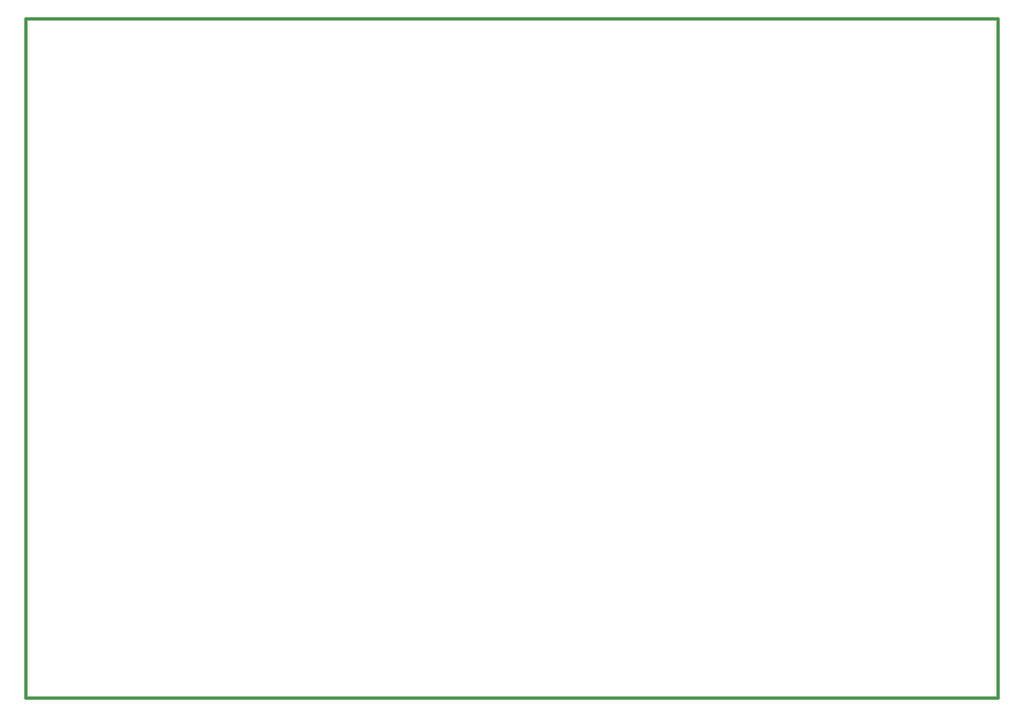
<source format=gko>
G04*
G04 #@! TF.GenerationSoftware,Altium Limited,Altium Designer,21.4.1 (30)*
G04*
G04 Layer_Color=16711935*
%FSLAX44Y44*%
%MOMM*%
G71*
G04*
G04 #@! TF.SameCoordinates,06C005F6-D9AB-4DD0-9814-7D4EB34A58F7*
G04*
G04*
G04 #@! TF.FilePolarity,Positive*
G04*
G01*
G75*
%ADD97C,0.7000*%
D97*
X2000000Y0D02*
Y1400000D01*
X0D02*
X2000000D01*
X-0Y0D02*
X2000250D01*
X-0D02*
X0Y1400000D01*
M02*

</source>
